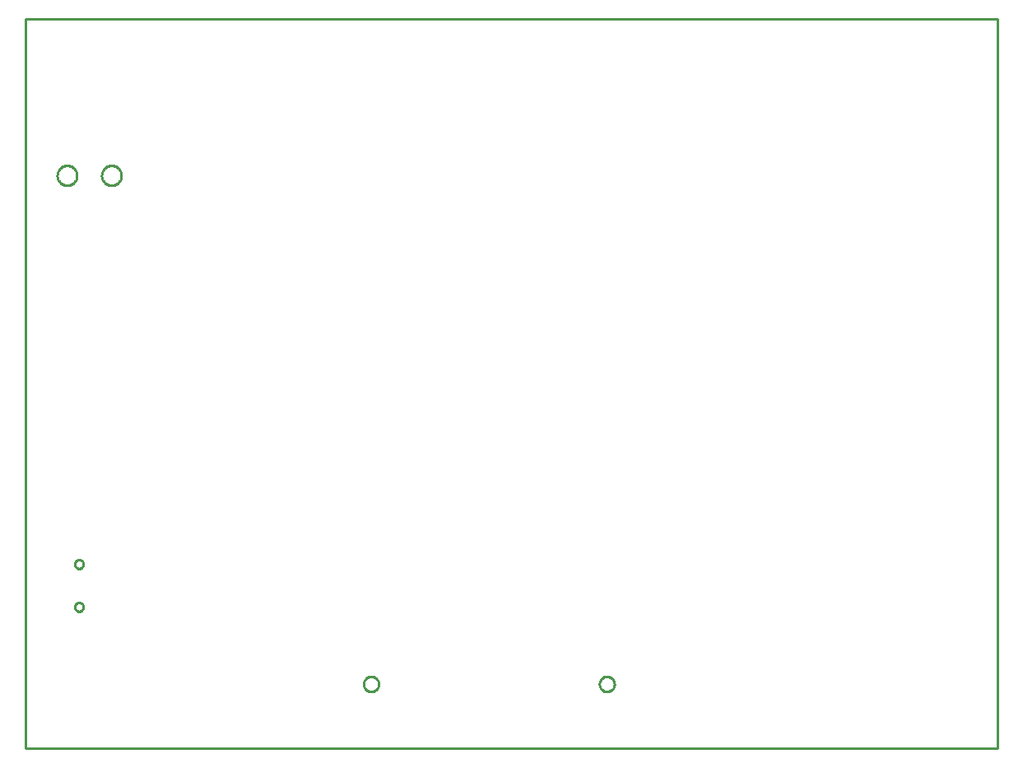
<source format=gbr>
G04 EAGLE Gerber RS-274X export*
G75*
%MOMM*%
%FSLAX34Y34*%
%LPD*%
%IN*%
%IPPOS*%
%AMOC8*
5,1,8,0,0,1.08239X$1,22.5*%
G01*
%ADD10C,0.254000*%


D10*
X0Y0D02*
X1000000Y0D01*
X1000000Y750000D01*
X0Y750000D01*
X0Y0D01*
X597619Y58450D02*
X596861Y58525D01*
X596115Y58673D01*
X595386Y58894D01*
X594682Y59186D01*
X594011Y59545D01*
X593378Y59968D01*
X592789Y60451D01*
X592251Y60989D01*
X591768Y61578D01*
X591345Y62211D01*
X590986Y62882D01*
X590694Y63586D01*
X590473Y64315D01*
X590325Y65061D01*
X590250Y65819D01*
X590250Y66581D01*
X590325Y67339D01*
X590473Y68085D01*
X590694Y68814D01*
X590986Y69518D01*
X591345Y70189D01*
X591768Y70822D01*
X592251Y71411D01*
X592789Y71949D01*
X593378Y72432D01*
X594011Y72855D01*
X594682Y73214D01*
X595386Y73506D01*
X596115Y73727D01*
X596861Y73875D01*
X597619Y73950D01*
X598381Y73950D01*
X599139Y73875D01*
X599885Y73727D01*
X600614Y73506D01*
X601318Y73214D01*
X601989Y72855D01*
X602622Y72432D01*
X603211Y71949D01*
X603749Y71411D01*
X604232Y70822D01*
X604655Y70189D01*
X605014Y69518D01*
X605306Y68814D01*
X605527Y68085D01*
X605675Y67339D01*
X605750Y66581D01*
X605750Y65819D01*
X605675Y65061D01*
X605527Y64315D01*
X605306Y63586D01*
X605014Y62882D01*
X604655Y62211D01*
X604232Y61578D01*
X603749Y60989D01*
X603211Y60451D01*
X602622Y59968D01*
X601989Y59545D01*
X601318Y59186D01*
X600614Y58894D01*
X599885Y58673D01*
X599139Y58525D01*
X598381Y58450D01*
X597619Y58450D01*
X355019Y58450D02*
X354261Y58525D01*
X353515Y58673D01*
X352786Y58894D01*
X352082Y59186D01*
X351411Y59545D01*
X350778Y59968D01*
X350189Y60451D01*
X349651Y60989D01*
X349168Y61578D01*
X348745Y62211D01*
X348386Y62882D01*
X348094Y63586D01*
X347873Y64315D01*
X347725Y65061D01*
X347650Y65819D01*
X347650Y66581D01*
X347725Y67339D01*
X347873Y68085D01*
X348094Y68814D01*
X348386Y69518D01*
X348745Y70189D01*
X349168Y70822D01*
X349651Y71411D01*
X350189Y71949D01*
X350778Y72432D01*
X351411Y72855D01*
X352082Y73214D01*
X352786Y73506D01*
X353515Y73727D01*
X354261Y73875D01*
X355019Y73950D01*
X355781Y73950D01*
X356539Y73875D01*
X357285Y73727D01*
X358014Y73506D01*
X358718Y73214D01*
X359389Y72855D01*
X360022Y72432D01*
X360611Y71949D01*
X361149Y71411D01*
X361632Y70822D01*
X362055Y70189D01*
X362414Y69518D01*
X362706Y68814D01*
X362927Y68085D01*
X363075Y67339D01*
X363150Y66581D01*
X363150Y65819D01*
X363075Y65061D01*
X362927Y64315D01*
X362706Y63586D01*
X362414Y62882D01*
X362055Y62211D01*
X361632Y61578D01*
X361149Y60989D01*
X360611Y60451D01*
X360022Y59968D01*
X359389Y59545D01*
X358718Y59186D01*
X358014Y58894D01*
X357285Y58673D01*
X356539Y58525D01*
X355781Y58450D01*
X355019Y58450D01*
X52760Y588956D02*
X52683Y588073D01*
X52529Y587199D01*
X52299Y586342D01*
X51996Y585508D01*
X51621Y584704D01*
X51177Y583936D01*
X50668Y583209D01*
X50098Y582529D01*
X49471Y581902D01*
X48791Y581332D01*
X48064Y580823D01*
X47296Y580379D01*
X46492Y580004D01*
X45658Y579701D01*
X44801Y579471D01*
X43927Y579317D01*
X43044Y579240D01*
X42156Y579240D01*
X41273Y579317D01*
X40399Y579471D01*
X39542Y579701D01*
X38708Y580004D01*
X37904Y580379D01*
X37136Y580823D01*
X36409Y581332D01*
X35729Y581902D01*
X35102Y582529D01*
X34532Y583209D01*
X34023Y583936D01*
X33579Y584704D01*
X33204Y585508D01*
X32901Y586342D01*
X32671Y587199D01*
X32517Y588073D01*
X32440Y588956D01*
X32440Y589844D01*
X32517Y590727D01*
X32671Y591601D01*
X32901Y592458D01*
X33204Y593292D01*
X33579Y594096D01*
X34023Y594864D01*
X34532Y595591D01*
X35102Y596271D01*
X35729Y596898D01*
X36409Y597468D01*
X37136Y597977D01*
X37904Y598421D01*
X38708Y598796D01*
X39542Y599099D01*
X40399Y599329D01*
X41273Y599483D01*
X42156Y599560D01*
X43044Y599560D01*
X43927Y599483D01*
X44801Y599329D01*
X45658Y599099D01*
X46492Y598796D01*
X47296Y598421D01*
X48064Y597977D01*
X48791Y597468D01*
X49471Y596898D01*
X50098Y596271D01*
X50668Y595591D01*
X51177Y594864D01*
X51621Y594096D01*
X51996Y593292D01*
X52299Y592458D01*
X52529Y591601D01*
X52683Y590727D01*
X52760Y589844D01*
X52760Y588956D01*
X98480Y588956D02*
X98403Y588073D01*
X98249Y587199D01*
X98019Y586342D01*
X97716Y585508D01*
X97341Y584704D01*
X96897Y583936D01*
X96388Y583209D01*
X95818Y582529D01*
X95191Y581902D01*
X94511Y581332D01*
X93784Y580823D01*
X93016Y580379D01*
X92212Y580004D01*
X91378Y579701D01*
X90521Y579471D01*
X89647Y579317D01*
X88764Y579240D01*
X87876Y579240D01*
X86993Y579317D01*
X86119Y579471D01*
X85262Y579701D01*
X84428Y580004D01*
X83624Y580379D01*
X82856Y580823D01*
X82129Y581332D01*
X81449Y581902D01*
X80822Y582529D01*
X80252Y583209D01*
X79743Y583936D01*
X79299Y584704D01*
X78924Y585508D01*
X78621Y586342D01*
X78391Y587199D01*
X78237Y588073D01*
X78160Y588956D01*
X78160Y589844D01*
X78237Y590727D01*
X78391Y591601D01*
X78621Y592458D01*
X78924Y593292D01*
X79299Y594096D01*
X79743Y594864D01*
X80252Y595591D01*
X80822Y596271D01*
X81449Y596898D01*
X82129Y597468D01*
X82856Y597977D01*
X83624Y598421D01*
X84428Y598796D01*
X85262Y599099D01*
X86119Y599329D01*
X86993Y599483D01*
X87876Y599560D01*
X88764Y599560D01*
X89647Y599483D01*
X90521Y599329D01*
X91378Y599099D01*
X92212Y598796D01*
X93016Y598421D01*
X93784Y597977D01*
X94511Y597468D01*
X95191Y596898D01*
X95818Y596271D01*
X96388Y595591D01*
X96897Y594864D01*
X97341Y594096D01*
X97716Y593292D01*
X98019Y592458D01*
X98249Y591601D01*
X98403Y590727D01*
X98480Y589844D01*
X98480Y588956D01*
X59500Y189205D02*
X59423Y188620D01*
X59270Y188050D01*
X59045Y187505D01*
X58750Y186995D01*
X58391Y186527D01*
X57973Y186109D01*
X57505Y185750D01*
X56995Y185455D01*
X56450Y185230D01*
X55880Y185077D01*
X55295Y185000D01*
X54705Y185000D01*
X54120Y185077D01*
X53550Y185230D01*
X53005Y185455D01*
X52495Y185750D01*
X52027Y186109D01*
X51609Y186527D01*
X51250Y186995D01*
X50955Y187505D01*
X50730Y188050D01*
X50577Y188620D01*
X50500Y189205D01*
X50500Y189795D01*
X50577Y190380D01*
X50730Y190950D01*
X50955Y191495D01*
X51250Y192005D01*
X51609Y192473D01*
X52027Y192891D01*
X52495Y193250D01*
X53005Y193545D01*
X53550Y193770D01*
X54120Y193923D01*
X54705Y194000D01*
X55295Y194000D01*
X55880Y193923D01*
X56450Y193770D01*
X56995Y193545D01*
X57505Y193250D01*
X57973Y192891D01*
X58391Y192473D01*
X58750Y192005D01*
X59045Y191495D01*
X59270Y190950D01*
X59423Y190380D01*
X59500Y189795D01*
X59500Y189205D01*
X59500Y145205D02*
X59423Y144620D01*
X59270Y144050D01*
X59045Y143505D01*
X58750Y142995D01*
X58391Y142527D01*
X57973Y142109D01*
X57505Y141750D01*
X56995Y141455D01*
X56450Y141230D01*
X55880Y141077D01*
X55295Y141000D01*
X54705Y141000D01*
X54120Y141077D01*
X53550Y141230D01*
X53005Y141455D01*
X52495Y141750D01*
X52027Y142109D01*
X51609Y142527D01*
X51250Y142995D01*
X50955Y143505D01*
X50730Y144050D01*
X50577Y144620D01*
X50500Y145205D01*
X50500Y145795D01*
X50577Y146380D01*
X50730Y146950D01*
X50955Y147495D01*
X51250Y148005D01*
X51609Y148473D01*
X52027Y148891D01*
X52495Y149250D01*
X53005Y149545D01*
X53550Y149770D01*
X54120Y149923D01*
X54705Y150000D01*
X55295Y150000D01*
X55880Y149923D01*
X56450Y149770D01*
X56995Y149545D01*
X57505Y149250D01*
X57973Y148891D01*
X58391Y148473D01*
X58750Y148005D01*
X59045Y147495D01*
X59270Y146950D01*
X59423Y146380D01*
X59500Y145795D01*
X59500Y145205D01*
M02*

</source>
